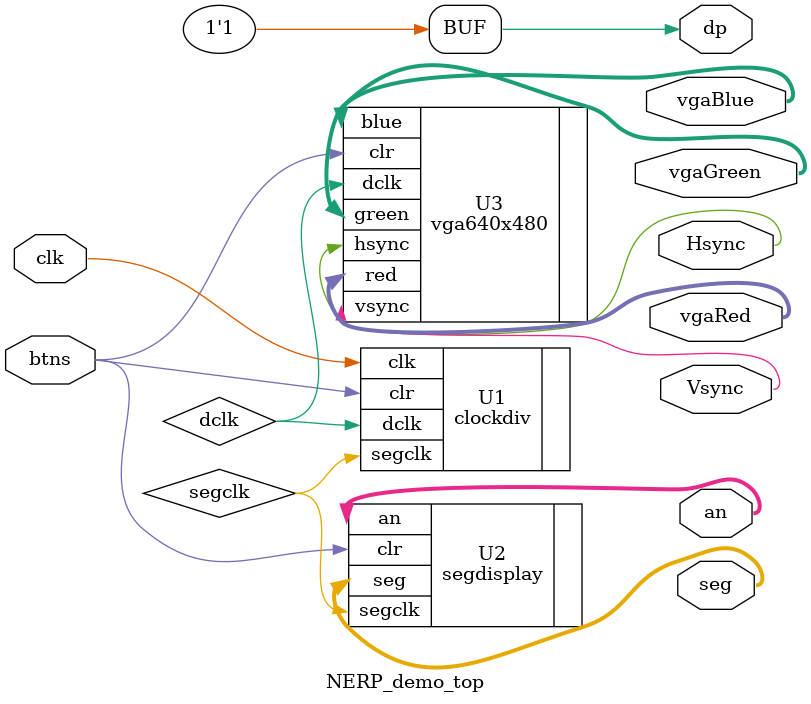
<source format=v>
`timescale 1ns / 1ps
module NERP_demo_top(
	input wire clk,			//master clock = 50MHz
	input wire btns,			//right-most pushbutton for reset
	output wire [7:0] seg,	//7-segment display LEDs
	output wire [3:0] an,	//7-segment display anode enable
	output wire dp,			//7-segment display decimal point
	output wire [2:0] vgaRed,	//red vga output - 3 bits
	output wire [2:0] vgaGreen,//green vga output - 3 bits
	output wire [2:1] vgaBlue,	//blue vga output - 2 bits
	output wire Hsync,		//horizontal sync out
	output wire Vsync			//vertical sync out
	);

// 7-segment clock interconnect
wire segclk;

// VGA display clock interconnect
wire dclk;

// disable the 7-segment decimal points
assign dp = 1;

// generate 7-segment clock & display clock
clockdiv U1(
	.clk(clk),
	.clr(btns),
	.segclk(segclk),
	.dclk(dclk)
	);

// 7-segment display controller
segdisplay U2(
	.segclk(segclk),
	.clr(btns),
	.seg(seg),
	.an(an)
	);

// VGA controller
vga640x480 U3(
	.dclk(dclk),
	.clr(btns),
	.hsync(Hsync),
	.vsync(Vsync),
	.red(vgaRed),
	.green(vgaGreen),
	.blue(vgaBlue)
	);

endmodule

</source>
